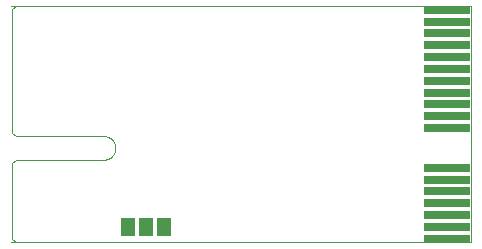
<source format=gbp>
G75*
%MOIN*%
%OFA0B0*%
%FSLAX25Y25*%
%IPPOS*%
%LPD*%
%AMOC8*
5,1,8,0,0,1.08239X$1,22.5*
%
%ADD10C,0.00000*%
%ADD11R,0.04600X0.06300*%
%ADD12R,0.15748X0.02953*%
D10*
X0011031Y0023276D02*
X0164078Y0023276D01*
X0164078Y0102026D01*
X0011031Y0102026D01*
X0011228Y0101238D02*
X0012409Y0102026D01*
X0033276Y0102026D01*
X0011228Y0101238D02*
X0011228Y0059900D01*
X0012409Y0058719D01*
X0033276Y0058719D01*
X0033472Y0058719D02*
X0041740Y0058719D01*
X0041864Y0058717D01*
X0041987Y0058711D01*
X0042111Y0058702D01*
X0042233Y0058688D01*
X0042356Y0058671D01*
X0042478Y0058649D01*
X0042599Y0058624D01*
X0042719Y0058595D01*
X0042838Y0058563D01*
X0042957Y0058526D01*
X0043074Y0058486D01*
X0043189Y0058443D01*
X0043304Y0058395D01*
X0043416Y0058344D01*
X0043527Y0058290D01*
X0043637Y0058232D01*
X0043744Y0058171D01*
X0043850Y0058106D01*
X0043953Y0058038D01*
X0044054Y0057967D01*
X0044153Y0057893D01*
X0044250Y0057816D01*
X0044344Y0057735D01*
X0044435Y0057652D01*
X0044524Y0057566D01*
X0044610Y0057477D01*
X0044693Y0057386D01*
X0044774Y0057292D01*
X0044851Y0057195D01*
X0044925Y0057096D01*
X0044996Y0056995D01*
X0045064Y0056892D01*
X0045129Y0056786D01*
X0045190Y0056679D01*
X0045248Y0056569D01*
X0045302Y0056458D01*
X0045353Y0056346D01*
X0045401Y0056231D01*
X0045444Y0056116D01*
X0045484Y0055999D01*
X0045521Y0055880D01*
X0045553Y0055761D01*
X0045582Y0055641D01*
X0045607Y0055520D01*
X0045629Y0055398D01*
X0045646Y0055275D01*
X0045660Y0055153D01*
X0045669Y0055029D01*
X0045675Y0054906D01*
X0045677Y0054782D01*
X0045675Y0054658D01*
X0045669Y0054535D01*
X0045660Y0054411D01*
X0045646Y0054289D01*
X0045629Y0054166D01*
X0045607Y0054044D01*
X0045582Y0053923D01*
X0045553Y0053803D01*
X0045521Y0053684D01*
X0045484Y0053565D01*
X0045444Y0053448D01*
X0045401Y0053333D01*
X0045353Y0053218D01*
X0045302Y0053106D01*
X0045248Y0052995D01*
X0045190Y0052885D01*
X0045129Y0052778D01*
X0045064Y0052672D01*
X0044996Y0052569D01*
X0044925Y0052468D01*
X0044851Y0052369D01*
X0044774Y0052272D01*
X0044693Y0052178D01*
X0044610Y0052087D01*
X0044524Y0051998D01*
X0044435Y0051912D01*
X0044344Y0051829D01*
X0044250Y0051748D01*
X0044153Y0051671D01*
X0044054Y0051597D01*
X0043953Y0051526D01*
X0043850Y0051458D01*
X0043744Y0051393D01*
X0043637Y0051332D01*
X0043527Y0051274D01*
X0043416Y0051220D01*
X0043304Y0051169D01*
X0043189Y0051121D01*
X0043074Y0051078D01*
X0042957Y0051038D01*
X0042838Y0051001D01*
X0042719Y0050969D01*
X0042599Y0050940D01*
X0042478Y0050915D01*
X0042356Y0050893D01*
X0042233Y0050876D01*
X0042111Y0050862D01*
X0041987Y0050853D01*
X0041864Y0050847D01*
X0041740Y0050845D01*
X0012409Y0050845D01*
X0011228Y0049664D01*
X0011228Y0024467D01*
X0012409Y0023286D01*
X0056504Y0023286D01*
D11*
X0056031Y0028276D03*
X0050031Y0028276D03*
X0062031Y0028276D03*
D12*
X0156282Y0028497D03*
X0156282Y0032434D03*
X0156282Y0036371D03*
X0156282Y0040308D03*
X0156282Y0044245D03*
X0156282Y0048182D03*
X0156282Y0061450D03*
X0156282Y0065387D03*
X0156282Y0069324D03*
X0156282Y0073261D03*
X0156282Y0077198D03*
X0156282Y0081135D03*
X0156282Y0085072D03*
X0156282Y0089009D03*
X0156282Y0092946D03*
X0156282Y0096883D03*
X0156282Y0100820D03*
X0156282Y0024560D03*
M02*

</source>
